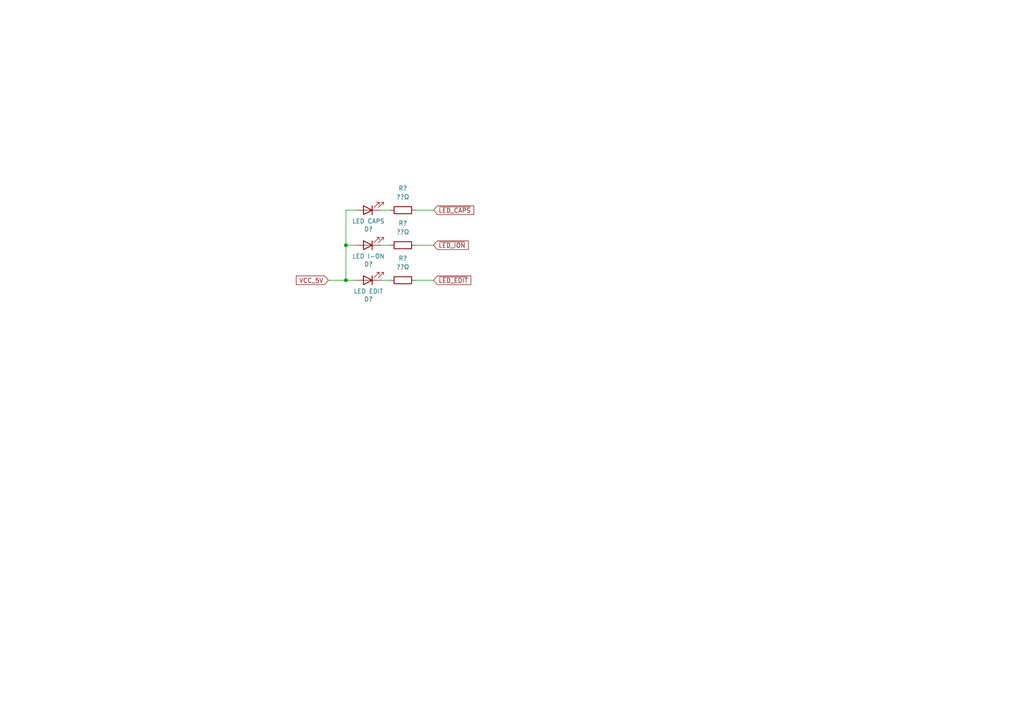
<source format=kicad_sch>
(kicad_sch (version 20211123) (generator eeschema)
  (paper "A4")
  (lib_symbols
    (symbol "Device:LED" (pin_numbers hide) (pin_names (offset 1.016) hide)
      (property "Reference" "D" (at 0 2.54 0))
      (property "Value" "LED" (at 0 -2.54 0))
      (symbol "LED_0_1"
        (polyline (pts (xy -1.27 -1.27) (xy -1.27 1.27)) (stroke (width 0.254)))
        (polyline (pts (xy -1.27 0) (xy 1.27 0)))
        (polyline (pts (xy 1.27 -1.27) (xy 1.27 1.27) (xy -1.27 0) (xy 1.27 -1.27)) (stroke (width 0.254)))
        (polyline (pts (xy -3.048 -0.762) (xy -4.572 -2.286) (xy -3.81 -2.286) (xy -4.572 -2.286) (xy -4.572 -1.524)))
        (polyline (pts (xy -1.778 -0.762) (xy -3.302 -2.286) (xy -2.54 -2.286) (xy -3.302 -2.286) (xy -3.302 -1.524)))
      )
      (symbol "LED_1_1"
        (pin passive line (at -3.81 0 0) (length 2.54) (name "K") (number "1"))
        (pin passive line (at 3.81 0 180) (length 2.54) (name "A") (number "2"))
      )
    )
    (symbol "Device:R" (pin_numbers hide) (pin_names (offset 0))
      (property "Reference" "R" (at 2.032 0 90))
      (property "Value" "R" (at 0 0 90))
      (symbol "R_0_1"
        (rectangle (start -1.016 -2.54) (end 1.016 2.54) (stroke (width 0.254)))
      )
      (symbol "R_1_1"
        (pin passive line (at 0 3.81 270) (length 1.27) (name "~") (number "1"))
        (pin passive line (at 0 -3.81 90) (length 1.27) (name "~") (number "2"))
      )
    )
  )
  (junction (at 100.33 71.12))
  (junction (at 100.33 81.28))
  (wire (pts (xy 102.87 60.96) (xy 100.33 60.96)))
  (wire (pts (xy 120.65 60.96) (xy 125.73 60.96)))
  (wire (pts (xy 100.33 60.96) (xy 100.33 71.12)))
  (wire (pts (xy 110.49 60.96) (xy 113.03 60.96)))
  (wire (pts (xy 100.33 81.28) (xy 102.87 81.28)))
  (wire (pts (xy 110.49 71.12) (xy 113.03 71.12)))
  (wire (pts (xy 120.65 71.12) (xy 125.73 71.12)))
  (wire (pts (xy 100.33 81.28) (xy 100.33 71.12)))
  (wire (pts (xy 95.25 81.28) (xy 100.33 81.28)))
  (wire (pts (xy 100.33 71.12) (xy 102.87 71.12)))
  (wire (pts (xy 113.03 81.28) (xy 110.49 81.28)))
  (wire (pts (xy 120.65 81.28) (xy 125.73 81.28)))
  (global_label "VCC_5V" (shape input) (at 95.25 81.28 180) (property "Intersheet References" "${INTERSHEET_REFS}" (effects hide)))
  (global_label "~{LED_ION}" (shape input) (at 125.73 71.12 0) (property "Intersheet References" "${INTERSHEET_REFS}" (effects hide)))
  (global_label "~{LED_CAPS}" (shape input) (at 125.73 60.96 0) (property "Intersheet References" "${INTERSHEET_REFS}" (effects hide)))
  (global_label "~{LED_EDIT}" (shape input) (at 125.73 81.28 0) (property "Intersheet References" "${INTERSHEET_REFS}" (effects hide)))
  (symbol (lib_id "Device:R") (at 116.84 60.96 90) (unit 1)
    (property "Reference" "R?" (at 116.84 54.61 90))
    (property "Value" "??Ω" (at 116.84 57.15 90))
  )
  (symbol (lib_id "Device:R") (at 116.84 71.12 90) (unit 1)
    (property "Reference" "R?" (at 116.84 64.77 90))
    (property "Value" "??Ω" (at 116.84 67.31 90))
  )
  (symbol (lib_id "Device:R") (at 116.84 81.28 90) (unit 1)
    (property "Reference" "R?" (at 116.84 74.93 90))
    (property "Value" "??Ω" (at 116.84 77.47 90))
  )
  (symbol (lib_id "Device:LED") (at 106.68 71.12 180) (unit 1)
    (property "Reference" "D?" (at 106.8578 76.6318 0))
    (property "Value" "LED I-ON" (at 106.8578 74.3204 0))
  )
  (symbol (lib_id "Device:LED") (at 106.68 81.28 180) (unit 1)
    (property "Reference" "D?" (at 106.8578 86.7918 0))
    (property "Value" "LED EDIT" (at 106.8578 84.4804 0))
    (property "Color" "Yellow" (effects hide))
  )
  (symbol (lib_id "Device:LED") (at 106.68 60.96 180) (unit 1)
    (property "Reference" "D?" (at 106.8578 66.4718 0))
    (property "Value" "LED CAPS" (at 106.8578 64.1604 0))
  )
)
</source>
